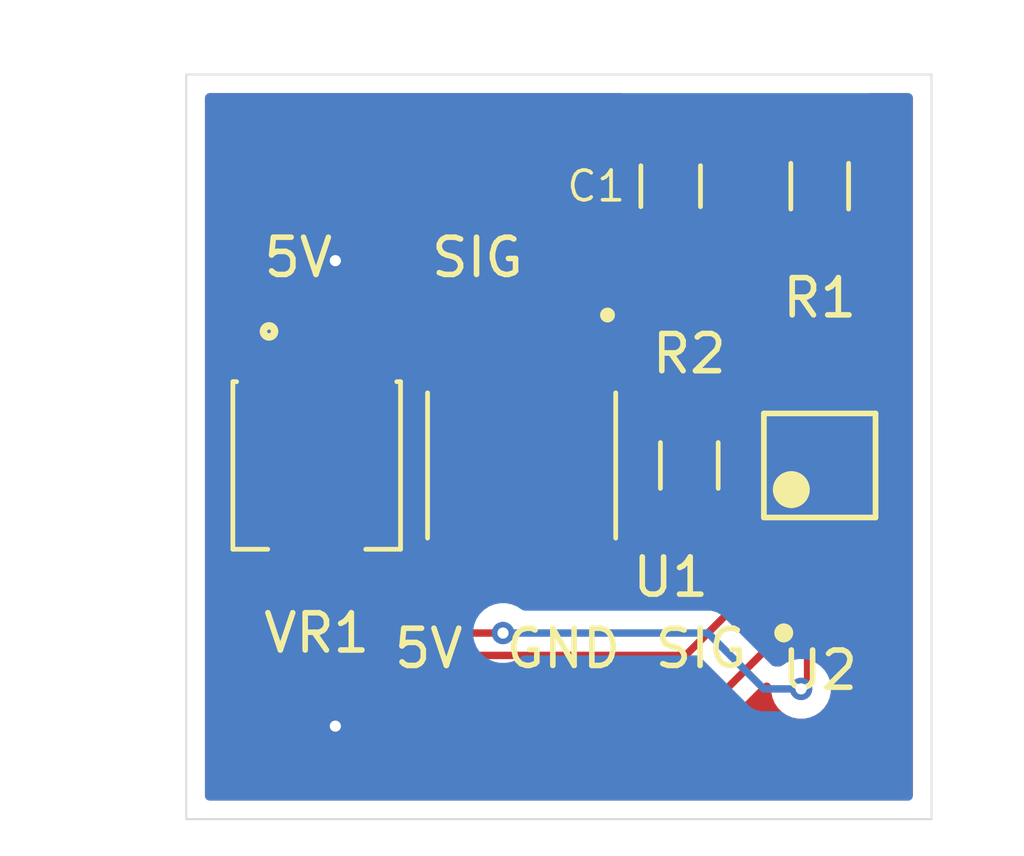
<source format=kicad_pcb>
(kicad_pcb (version 20241229) (generator "pcbnew") (generator_version "9.0")
  (layers (0 "F.Cu" signal) (2 "B.Cu" signal) (13 "F.Paste" user) (15 "B.Paste" user) (5 "F.SilkS" user "F.Silkscreen") (7 "B.SilkS" user "B.Silkscreen") (1 "F.Mask" user) (3 "B.Mask" user) (25 "Edge.Cuts" user))
  (net 0 "")
  (net 1 "Net-(U1-VOUT)")
  (net 3 "Net-(J2-Pin_1)")
  (net 4 "Net-(J1-Pin_1)")
  (net 5 "+5V")
  (net 6 "GND")
  (net 7 "Net-(U1-+INPUT)")
  (net 8 "Net-(U2-Pad3)")
  (net 9 "Net-(R2-Pad2)")
  (net 10 "Net-(R2-Pad1)")
  (footprint "3314J-1-100E:TRIM_3314J-1-100E" (layer "F.Cu") (at 138.5 46 180)
    (property "Reference" "VR1" (at 0 -4.5 0) (layer "F.SilkS"))
    (property "Value" "3314J-1-100E" (hide yes))
    (fp_line (start 2.25 2.25) (end 2.25 -2.25) (stroke (width 0.127)) (layer "F.SilkS"))
    (fp_line (start 2.25 -2.25) (end 1.315 -2.25) (stroke (width 0.127)) (layer "F.SilkS"))
    (fp_line (start 2.15 2.25) (end 2.25 2.25) (stroke (width 0.127)) (layer "F.SilkS"))
    (fp_line (start -1.315 -2.25) (end -2.25 -2.25) (stroke (width 0.127)) (layer "F.SilkS"))
    (fp_line (start -2.25 2.25) (end -2.15 2.25) (stroke (width 0.127)) (layer "F.SilkS"))
    (fp_line (start -2.25 -2.25) (end -2.25 2.25) (stroke (width 0.127)) (layer "F.SilkS"))
    (fp_circle (center 1.28 3.6) (end 1.33 3.6) (stroke (width 0.2)) (fill no) (layer "F.SilkS"))
    (pad "1" smd rect (at 1.15 2 180) (size 1.3 2) (layers "F.Cu" "F.Mask" "F.Paste") (net 5 "+5V"))
    (pad "2" smd rect (at 0 -2 180) (size 2 2) (layers "F.Cu" "F.Mask" "F.Paste") (net 8 "Net-(U2-Pad3)"))
    (pad "3" smd rect (at -1.15 2 180) (size 1.3 2) (layers "F.Cu" "F.Mask" "F.Paste") (net 6 "GND"))
  )
  (footprint "1206W4F1002T5E:RESC3115X65N" (layer "F.Cu") (at 148.5 46 -90)
    (property "Reference" "R2" (at -3 0 180) (layer "F.SilkS"))
    (property "Value" "1206W4F1002T5E" (hide yes))
    (fp_line (start -0.615 0.775) (end 0.615 0.775) (stroke (width 0.127)) (layer "F.SilkS"))
    (fp_line (start -0.615 -0.775) (end 0.615 -0.775) (stroke (width 0.127)) (layer "F.SilkS"))
    (pad "1" smd rect (at -1.46 0 270) (size 1.05 1.72) (layers "F.Cu" "F.Mask" "F.Paste") (net 10 "Net-(R2-Pad1)"))
    (pad "2" smd rect (at 1.46 0 270) (size 1.05 1.72) (layers "F.Cu" "F.Mask" "F.Paste") (net 9 "Net-(R2-Pad2)"))
  )
  (footprint "Connector_Wire:SolderWire-0.5sqmm_1x02_P4.6mm_D0.9mm_OD2.1mm" (layer "F.Cu") (at 142.5 38 180)
    (property "Reference" "J2" (hide yes))
    (property "Value" "Piezo pins" (hide yes))
    (pad "1" smd roundrect (at 0 0 180) (size 2.15 2.15) (layers "F.Cu" "F.Mask" "F.Paste") (roundrect_rratio 0.116279) (net 3 "Net-(J2-Pin_1)"))
    (pad "2" smd circle (at 4.6 0 180) (size 2.15 2.15) (layers "F.Cu" "F.Mask" "F.Paste") (net 5 "+5V"))
  )
  (footprint "LM393BIPWR:PW0008A-IPC_A" (layer "F.Cu") (at 152 46 90)
    (property "Reference" "U2" (at -5.5 0 180) (layer "F.SilkS"))
    (property "Value" "LM393BIPWR" (hide yes))
    (property "VALUE" "Value" (hide yes))
    (fp_line (start -1.397 -1.4986) (end 1.397 -1.4986) (stroke (width 0.1524)) (layer "F.SilkS"))
    (fp_line (start 1.397 1.4986) (end 1.397 -1.4986) (stroke (width 0.1524)) (layer "F.SilkS"))
    (fp_line (start -1.397 1.4986) (end -1.397 -1.4986) (stroke (width 0.1524)) (layer "F.SilkS"))
    (fp_line (start -1.397 1.4986) (end 1.397 1.4986) (stroke (width 0.1524)) (layer "F.SilkS"))
    (fp_arc (start -4.3688 -0.9652) (mid -4.4958 -0.8382) (end -4.6228 -0.9652) (stroke (width 0.254)) (layer "F.SilkS"))
    (fp_arc (start -4.6228 -0.9652) (mid -4.4958 -1.0922) (end -4.3688 -0.9652) (stroke (width 0.254)) (layer "F.SilkS"))
    (fp_arc (start -0.4064 -0.762) (mid -0.6477 -0.5207) (end -0.889 -0.762) (stroke (width 0.508)) (layer "F.SilkS"))
    (fp_arc (start -0.889 -0.762) (mid -0.6477 -1.0033) (end -0.4064 -0.762) (stroke (width 0.508)) (layer "F.SilkS"))
    (pad "1" smd rect (at -2.87538 -0.975 90) (size 1.95543 0.420766) (layers "F.Cu" "F.Mask" "F.Paste") (net 4 "Net-(J1-Pin_1)"))
    (pad "2" smd rect (at -2.87538 -0.325 90) (size 1.95543 0.420766) (layers "F.Cu" "F.Mask" "F.Paste") (net 1 "Net-(U1-VOUT)"))
    (pad "3" smd rect (at -2.87538 0.325 90) (size 1.95543 0.420766) (layers "F.Cu" "F.Mask" "F.Paste") (net 8 "Net-(U2-Pad3)"))
    (pad "4" smd rect (at -2.87538 0.975 90) (size 1.95543 0.420766) (layers "F.Cu" "F.Mask" "F.Paste") (net 6 "GND"))
    (pad "5" smd rect (at 2.87538 0.975 90) (size 1.95543 0.420766) (layers "F.Cu" "F.Mask" "F.Paste"))
    (pad "6" smd rect (at 2.87538 0.325 90) (size 1.95543 0.420766) (layers "F.Cu" "F.Mask" "F.Paste"))
    (pad "7" smd rect (at 2.87538 -0.325 90) (size 1.95543 0.420766) (layers "F.Cu" "F.Mask" "F.Paste"))
    (pad "8" smd rect (at 2.87538 -0.975 90) (size 1.95543 0.420766) (layers "F.Cu" "F.Mask" "F.Paste") (net 5 "+5V"))
  )
  (footprint "Connector_Wire:SolderWire-0.1sqmm_1x02_P3.6mm_D0.4mm_OD1mm" (layer "F.Cu") (at 141.4 53)
    (property "Reference" "J3" (hide yes))
    (property "Value" "Board Power" (hide yes))
    (pad "1" smd circle (at 0 0) (size 1.6 1.6) (layers "F.Cu" "F.Mask" "F.Paste") (net 5 "+5V"))
    (pad "2" smd rect (at 3.6 0) (size 1.6 1.6) (layers "F.Cu" "F.Mask" "F.Paste") (net 6 "GND"))
  )
  (footprint "Connector_Wire:SolderWire-0.1sqmm_1x01_D0.4mm_OD1mm" (layer "F.Cu") (at 148.5 53)
    (property "Reference" "J1" (hide yes))
    (property "Value" "Conn_01x01_Socket" (hide yes))
    (pad "1" smd circle (at 0 0) (size 1.6 1.6) (layers "F.Cu" "F.Mask" "F.Paste") (net 4 "Net-(J1-Pin_1)"))
  )
  (footprint "CL31B104KBCNNNC:CAPC3216X100N" (layer "F.Cu") (at 148 38.5 -90)
    (property "Reference" "C1" (at 0 2 180) (layer "F.SilkS") (effects (font (size 0.8 0.8) (thickness 0.098425))))
    (property "Value" "CL31B104KBCNNNC" (hide yes))
    (fp_line (start -0.55 0.8) (end 0.55 0.8) (stroke (width 0.127)) (layer "F.SilkS"))
    (fp_line (start -0.55 -0.8) (end 0.55 -0.8) (stroke (width 0.127)) (layer "F.SilkS"))
    (pad "1" smd roundrect (at -1.453 0 270) (size 1.16 1.77) (layers "F.Cu" "F.Mask" "F.Paste") (roundrect_rratio 0.125) (net 3 "Net-(J2-Pin_1)"))
    (pad "2" smd roundrect (at 1.453 0 270) (size 1.16 1.77) (layers "F.Cu" "F.Mask" "F.Paste") (roundrect_rratio 0.125) (net 7 "Net-(U1-+INPUT)"))
  )
  (footprint "LM386MX-1_NOPB:SOIC127P599X175-8N" (layer "F.Cu") (at 144 46 -90)
    (property "Reference" "U1" (at 3 -4 180) (layer "F.SilkS"))
    (property "Value" "LM386MX-1_NOPB" (hide yes))
    (fp_line (start -1.95 2.525) (end 1.95 2.525) (stroke (width 0.127)) (layer "F.SilkS"))
    (fp_line (start -1.95 -2.525) (end 1.95 -2.525) (stroke (width 0.127)) (layer "F.SilkS"))
    (fp_circle (center -4.04 -2.305) (end -3.94 -2.305) (stroke (width 0.2)) (fill no) (layer "F.SilkS"))
    (pad "1" smd roundrect (at -2.47 -1.905 270) (size 1.97 0.6) (layers "F.Cu" "F.Mask" "F.Paste") (roundrect_rratio 0.125) (net 10 "Net-(R2-Pad1)"))
    (pad "2" smd roundrect (at -2.47 -0.635 270) (size 1.97 0.6) (layers "F.Cu" "F.Mask" "F.Paste") (roundrect_rratio 0.125) (net 6 "GND"))
    (pad "3" smd roundrect (at -2.47 0.635 270) (size 1.97 0.6) (layers "F.Cu" "F.Mask" "F.Paste") (roundrect_rratio 0.125) (net 7 "Net-(U1-+INPUT)"))
    (pad "4" smd roundrect (at -2.47 1.905 270) (size 1.97 0.6) (layers "F.Cu" "F.Mask" "F.Paste") (roundrect_rratio 0.125) (net 6 "GND"))
    (pad "5" smd roundrect (at 2.47 1.905 270) (size 1.97 0.6) (layers "F.Cu" "F.Mask" "F.Paste") (roundrect_rratio 0.125) (net 1 "Net-(U1-VOUT)"))
    (pad "6" smd roundrect (at 2.47 0.635 270) (size 1.97 0.6) (layers "F.Cu" "F.Mask" "F.Paste") (roundrect_rratio 0.125) (net 5 "+5V"))
    (pad "7" smd roundrect (at 2.47 -0.635 270) (size 1.97 0.6) (layers "F.Cu" "F.Mask" "F.Paste") (roundrect_rratio 0.125))
    (pad "8" smd roundrect (at 2.47 -1.905 270) (size 1.97 0.6) (layers "F.Cu" "F.Mask" "F.Paste") (roundrect_rratio 0.125) (net 9 "Net-(R2-Pad2)"))
  )
  (footprint "1206W4F1002T5E:RESC3115X65N" (layer "F.Cu") (at 152 38.5 -90)
    (property "Reference" "R1" (at 3 0 180) (layer "F.SilkS"))
    (property "Value" "1206W4F1002T5E" (hide yes))
    (fp_line (start -0.615 0.775) (end 0.615 0.775) (stroke (width 0.127)) (layer "F.SilkS"))
    (fp_line (start -0.615 -0.775) (end 0.615 -0.775) (stroke (width 0.127)) (layer "F.SilkS"))
    (pad "1" smd rect (at -1.46 0 270) (size 1.05 1.72) (layers "F.Cu" "F.Mask" "F.Paste") (net 3 "Net-(J2-Pin_1)"))
    (pad "2" smd rect (at 1.46 0 270) (size 1.05 1.72) (layers "F.Cu" "F.Mask" "F.Paste") (net 6 "GND"))
  )
  (gr_rect (start 135 35.5) (end 155 55.5) (stroke (width 0.05)) (fill no) (layer "Edge.Cuts"))
  (gr_text "5V" (at 137 41 0) (layer "F.SilkS") (effects (font (size 1 1)) (justify left bottom)))
  (gr_text "GND" (at 143.5 51.5 0) (layer "F.SilkS") (effects (font (size 1 1)) (justify left bottom)))
  (gr_text "SIG" (at 147.5 51.5 0) (layer "F.SilkS") (effects (font (size 1 1)) (justify left bottom)))
  (gr_text "5V" (at 140.5 51.5 0) (layer "F.SilkS") (effects (font (size 1 1)) (justify left bottom)))
  (gr_text "SIG" (at 141.5 41 0) (layer "F.SilkS") (effects (font (size 1 1)) (justify left bottom)))
  (segment (start 151.675 51.825) (end 151.675 48.87538) (width 0.2) (layer "F.Cu") (net 1))
  (segment (start 142.095 48.47) (end 142.095 50.095) (width 0.2) (layer "F.Cu") (net 1))
  (segment (start 151.5 52) (end 151.675 51.825) (width 0.2) (layer "F.Cu") (net 1))
  (segment (start 142.5 50.5) (end 143.5 50.5) (width 0.2) (layer "F.Cu") (net 1))
  (segment (start 142.095 50.095) (end 142.5 50.5) (width 0.2) (layer "F.Cu") (net 1))
  (via (at 151.5 52) (size 0.6) (drill 0.3) (layers "F.Cu" "B.Cu") (net 1))
  (via (at 143.5 50.5) (size 0.6) (drill 0.3) (layers "F.Cu" "B.Cu") (net 1))
  (segment (start 143.5 50.5) (end 149 50.5) (width 0.2) (layer "B.Cu") (net 1))
  (segment (start 149 50.5) (end 150.5 52) (width 0.2) (layer "B.Cu") (net 1))
  (segment (start 150.5 52) (end 151.5 52) (width 0.2) (layer "B.Cu") (net 1))
  (segment (start 151.993 37.047) (end 152 37.04) (width 0.2) (layer "F.Cu") (net 3))
  (segment (start 142.5 38) (end 143 38) (width 0.2) (layer "F.Cu") (net 3))
  (segment (start 143 38) (end 143.953 37.047) (width 0.2) (layer "F.Cu") (net 3))
  (segment (start 148 37.047) (end 151.993 37.047) (width 0.2) (layer "F.Cu") (net 3))
  (segment (start 143.953 37.047) (end 148 37.047) (width 0.2) (layer "F.Cu") (net 3))
  (segment (start 151.025 50.475) (end 148.5 53) (width 0.2) (layer "F.Cu") (net 4))
  (segment (start 151.025 48.87538) (end 151.025 50.475) (width 0.2) (layer "F.Cu") (net 4))
  (segment (start 143.365 46.365) (end 143.73 46) (width 0.2) (layer "F.Cu") (net 5))
  (segment (start 143.365 48.47) (end 143.365 46.365) (width 0.2) (layer "F.Cu") (net 5))
  (segment (start 138 46) (end 137.35 45.35) (width 0.2) (layer "F.Cu") (net 5))
  (segment (start 137.35 44) (end 137.35 38.55) (width 0.2) (layer "F.Cu") (net 5))
  (segment (start 139 39.1) (end 137.9 38) (width 0.2) (layer "F.Cu") (net 5))
  (segment (start 137.35 45.35) (end 137.35 44) (width 0.2) (layer "F.Cu") (net 5))
  (segment (start 143.73 46) (end 150 46) (width 0.2) (layer "F.Cu") (net 5))
  (segment (start 151.025 44.975) (end 151.025 43.12462) (width 0.2) (layer "F.Cu") (net 5))
  (segment (start 137.35 38.55) (end 137.9 38) (width 0.2) (layer "F.Cu") (net 5))
  (segment (start 150 46) (end 151.025 44.975) (width 0.2) (layer "F.Cu") (net 5))
  (segment (start 141.4 53) (end 139 53) (width 0.2) (layer "F.Cu") (net 5))
  (segment (start 143 46) (end 138 46) (width 0.2) (layer "F.Cu") (net 5))
  (segment (start 143.365 46.365) (end 143 46) (width 0.2) (layer "F.Cu") (net 5))
  (segment (start 139 40.5) (end 139 39.1) (width 0.2) (layer "F.Cu") (net 5))
  (via (at 139 40.5) (size 0.6) (drill 0.3) (layers "F.Cu" "B.Cu") (net 5))
  (via (at 139 53) (size 0.6) (drill 0.3) (layers "F.Cu" "B.Cu") (net 5))
  (segment (start 144.635 41.865) (end 145 41.5) (width 0.2) (layer "F.Cu") (net 6))
  (segment (start 145 41.5) (end 149 41.5) (width 0.2) (layer "F.Cu") (net 6))
  (segment (start 149 41.5) (end 150.54 39.96) (width 0.2) (layer "F.Cu") (net 6))
  (segment (start 144.635 43.53) (end 144.635 41.865) (width 0.2) (layer "F.Cu") (net 6))
  (segment (start 150.54 39.96) (end 152 39.96) (width 0.2) (layer "F.Cu") (net 6))
  (segment (start 145.047 39.953) (end 148 39.953) (width 0.2) (layer "F.Cu") (net 7))
  (segment (start 143.365 43.53) (end 143.365 41.635) (width 0.2) (layer "F.Cu") (net 7))
  (segment (start 143.365 41.635) (end 145.047 39.953) (width 0.2) (layer "F.Cu") (net 7))
  (segment (start 148.399 51.101) (end 150 49.5) (width 0.2) (layer "F.Cu") (net 8))
  (segment (start 152.325 47.325) (end 152.325 48.87538) (width 0.2) (layer "F.Cu") (net 8))
  (segment (start 139.601 51.101) (end 148.399 51.101) (width 0.2) (layer "F.Cu") (net 8))
  (segment (start 138.5 50) (end 139.601 51.101) (width 0.2) (layer "F.Cu") (net 8))
  (segment (start 150 47.5) (end 151 46.5) (width 0.2) (layer "F.Cu") (net 8))
  (segment (start 151 46.5) (end 151.5 46.5) (width 0.2) (layer "F.Cu") (net 8))
  (segment (start 138.5 48) (end 138.5 50) (width 0.2) (layer "F.Cu") (net 8))
  (segment (start 151.5 46.5) (end 152.325 47.325) (width 0.2) (layer "F.Cu") (net 8))
  (segment (start 150 49.5) (end 150 47.5) (width 0.2) (layer "F.Cu") (net 8))
  (segment (start 147.54 46.5) (end 148.5 47.46) (width 0.2) (layer "F.Cu") (net 9))
  (segment (start 146.5 46.5) (end 147.54 46.5) (width 0.2) (layer "F.Cu") (net 9))
  (segment (start 145.905 47.095) (end 146.5 46.5) (width 0.2) (layer "F.Cu") (net 9))
  (segment (start 145.905 48.47) (end 145.905 47.095) (width 0.2) (layer "F.Cu") (net 9))
  (segment (start 145.905 44.905) (end 146.5 45.5) (width 0.2) (layer "F.Cu") (net 10))
  (segment (start 145.905 43.53) (end 145.905 44.905) (width 0.2) (layer "F.Cu") (net 10))
  (segment (start 146.5 45.5) (end 147.54 45.5) (width 0.2) (layer "F.Cu") (net 10))
  (segment (start 147.54 45.5) (end 148.5 44.54) (width 0.2) (layer "F.Cu") (net 10))
  (zone (net 6) (net_name "GND") (layer "F.Cu") (connect_pads (clearance 0.5)) (min_thickness 0.25) (fill yes (thermal_gap 0.5) (thermal_bridge_width 0.5))
    (polygon (pts (xy 130.5 34) (xy 130.5 56) (xy 156.5 56) (xy 156.5 34)))
  )
  (zone (net 5) (net_name "+5V") (layer "B.Cu") (priority 1) (connect_pads (clearance 0.5)) (min_thickness 0.25) (fill yes (thermal_gap 0.5) (thermal_bridge_width 0.5))
    (polygon (pts (xy 130 56.5) (xy 157.5 56.5) (xy 157.5 33.5) (xy 130 33.5)))
  )
)
</source>
